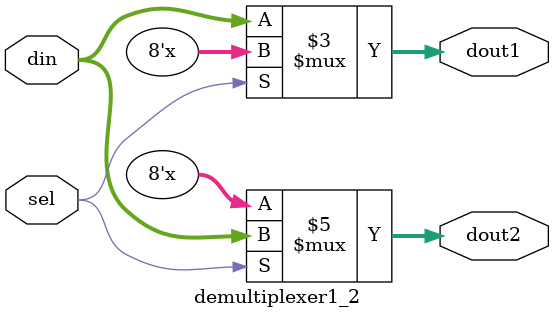
<source format=v>
module demultiplexer1_2 #(parameter W=8)( din ,sel ,dout1,dout2 );

output [7:0] dout1 ;
reg [7:0] dout1 ;
output [7:0] dout2 ;
reg [7:0] dout2 ;
input [(W-1):0] din ;
wire [(W-1):0] din ;
input  sel ;
wire  sel ;

always @ (*) begin
 case (sel)
  0 : dout1 = din;
  1 : dout2 = din;
  default : dout1 = din;
 endcase
end

endmodule
</source>
